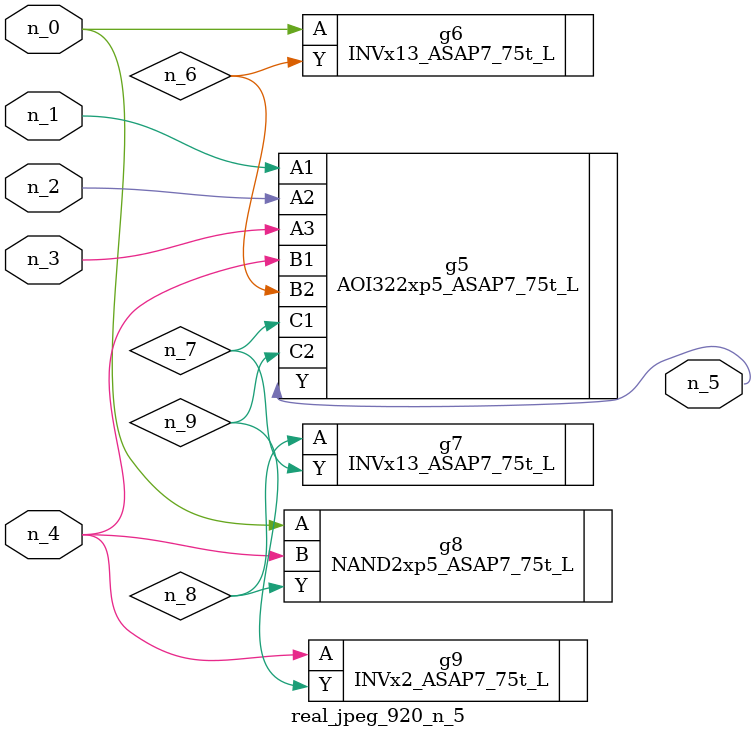
<source format=v>
module real_jpeg_920_n_5 (n_4, n_0, n_1, n_2, n_3, n_5);

input n_4;
input n_0;
input n_1;
input n_2;
input n_3;

output n_5;

wire n_8;
wire n_6;
wire n_7;
wire n_9;

INVx13_ASAP7_75t_L g6 ( 
.A(n_0),
.Y(n_6)
);

NAND2xp5_ASAP7_75t_L g8 ( 
.A(n_0),
.B(n_4),
.Y(n_8)
);

AOI322xp5_ASAP7_75t_L g5 ( 
.A1(n_1),
.A2(n_2),
.A3(n_3),
.B1(n_4),
.B2(n_6),
.C1(n_7),
.C2(n_9),
.Y(n_5)
);

INVx2_ASAP7_75t_L g9 ( 
.A(n_4),
.Y(n_9)
);

INVx13_ASAP7_75t_L g7 ( 
.A(n_8),
.Y(n_7)
);


endmodule
</source>
